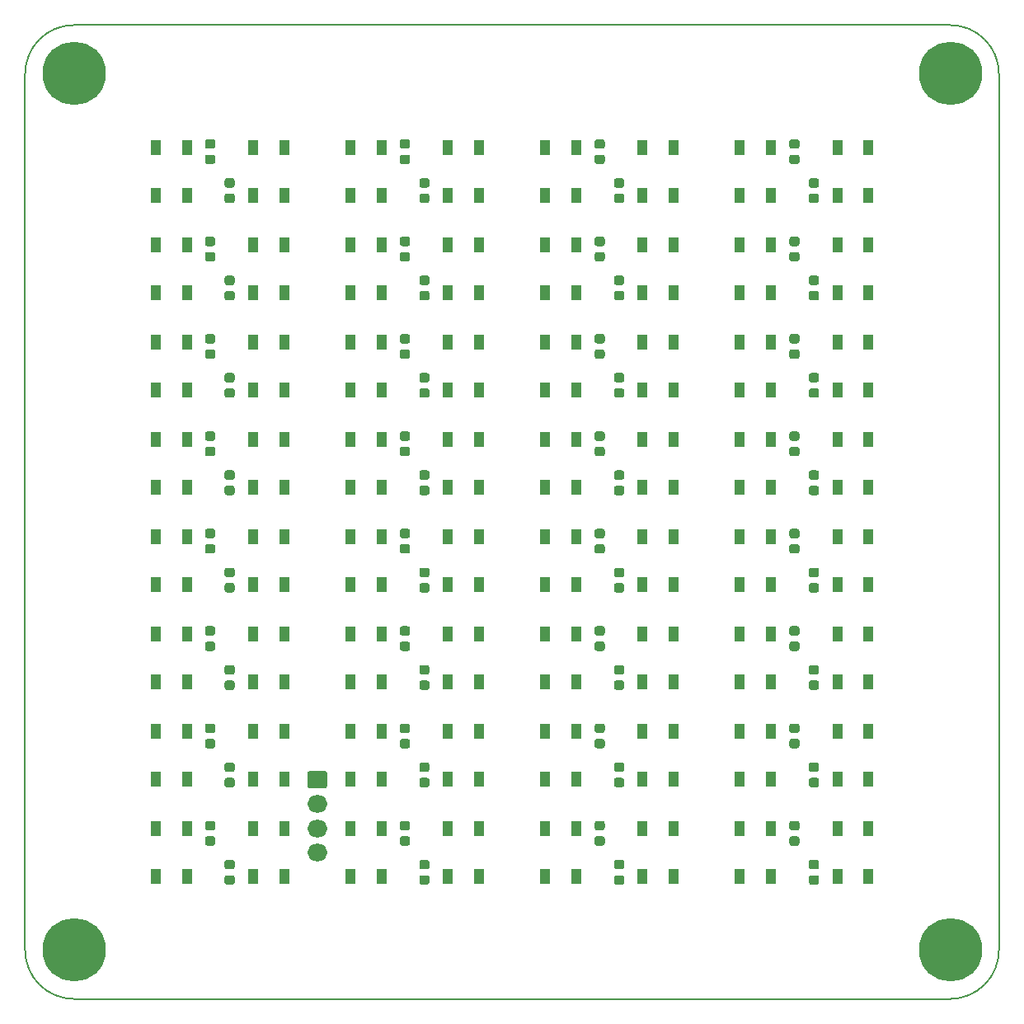
<source format=gbr>
%TF.GenerationSoftware,KiCad,Pcbnew,(5.1.6)-1*%
%TF.CreationDate,2020-12-06T17:28:13+01:00*%
%TF.ProjectId,04_La_Plaque_LEDS,30345f4c-615f-4506-9c61-7175655f4c45,rev?*%
%TF.SameCoordinates,Original*%
%TF.FileFunction,Soldermask,Top*%
%TF.FilePolarity,Negative*%
%FSLAX46Y46*%
G04 Gerber Fmt 4.6, Leading zero omitted, Abs format (unit mm)*
G04 Created by KiCad (PCBNEW (5.1.6)-1) date 2020-12-06 17:28:13*
%MOMM*%
%LPD*%
G01*
G04 APERTURE LIST*
%TA.AperFunction,Profile*%
%ADD10C,0.150000*%
%TD*%
%ADD11C,0.900000*%
%ADD12C,6.500000*%
%ADD13R,1.100000X1.600000*%
%ADD14O,2.050000X1.800000*%
G04 APERTURE END LIST*
D10*
X195000000Y-55000000D02*
G75*
G02*
X200000000Y-60000000I0J-5000000D01*
G01*
X200000000Y-150000000D02*
G75*
G02*
X195000000Y-155000000I-5000000J0D01*
G01*
X105000000Y-155000000D02*
G75*
G02*
X100000000Y-150000000I0J5000000D01*
G01*
X100000000Y-60000000D02*
G75*
G02*
X105000000Y-55000000I5000000J0D01*
G01*
X100000000Y-150000000D02*
X100000000Y-60000000D01*
X195000000Y-155000000D02*
X105000000Y-155000000D01*
X200000000Y-60000000D02*
X200000000Y-150000000D01*
X105000000Y-55000000D02*
X195000000Y-55000000D01*
%TO.C,C20*%
G36*
G01*
X138718750Y-106725000D02*
X139281250Y-106725000D01*
G75*
G02*
X139525000Y-106968750I0J-243750D01*
G01*
X139525000Y-107456250D01*
G75*
G02*
X139281250Y-107700000I-243750J0D01*
G01*
X138718750Y-107700000D01*
G75*
G02*
X138475000Y-107456250I0J243750D01*
G01*
X138475000Y-106968750D01*
G75*
G02*
X138718750Y-106725000I243750J0D01*
G01*
G37*
G36*
G01*
X138718750Y-108300000D02*
X139281250Y-108300000D01*
G75*
G02*
X139525000Y-108543750I0J-243750D01*
G01*
X139525000Y-109031250D01*
G75*
G02*
X139281250Y-109275000I-243750J0D01*
G01*
X138718750Y-109275000D01*
G75*
G02*
X138475000Y-109031250I0J243750D01*
G01*
X138475000Y-108543750D01*
G75*
G02*
X138718750Y-108300000I243750J0D01*
G01*
G37*
%TD*%
%TO.C,C11*%
G36*
G01*
X121281250Y-91700000D02*
X120718750Y-91700000D01*
G75*
G02*
X120475000Y-91456250I0J243750D01*
G01*
X120475000Y-90968750D01*
G75*
G02*
X120718750Y-90725000I243750J0D01*
G01*
X121281250Y-90725000D01*
G75*
G02*
X121525000Y-90968750I0J-243750D01*
G01*
X121525000Y-91456250D01*
G75*
G02*
X121281250Y-91700000I-243750J0D01*
G01*
G37*
G36*
G01*
X121281250Y-93275000D02*
X120718750Y-93275000D01*
G75*
G02*
X120475000Y-93031250I0J243750D01*
G01*
X120475000Y-92543750D01*
G75*
G02*
X120718750Y-92300000I243750J0D01*
G01*
X121281250Y-92300000D01*
G75*
G02*
X121525000Y-92543750I0J-243750D01*
G01*
X121525000Y-93031250D01*
G75*
G02*
X121281250Y-93275000I-243750J0D01*
G01*
G37*
%TD*%
D11*
%TO.C,H3*%
X196697056Y-148302944D03*
X195000000Y-147600000D03*
X193302944Y-148302944D03*
X192600000Y-150000000D03*
X193302944Y-151697056D03*
X195000000Y-152400000D03*
X196697056Y-151697056D03*
X197400000Y-150000000D03*
D12*
X195000000Y-150000000D03*
%TD*%
%TO.C,C15*%
G36*
G01*
X121281250Y-131700000D02*
X120718750Y-131700000D01*
G75*
G02*
X120475000Y-131456250I0J243750D01*
G01*
X120475000Y-130968750D01*
G75*
G02*
X120718750Y-130725000I243750J0D01*
G01*
X121281250Y-130725000D01*
G75*
G02*
X121525000Y-130968750I0J-243750D01*
G01*
X121525000Y-131456250D01*
G75*
G02*
X121281250Y-131700000I-243750J0D01*
G01*
G37*
G36*
G01*
X121281250Y-133275000D02*
X120718750Y-133275000D01*
G75*
G02*
X120475000Y-133031250I0J243750D01*
G01*
X120475000Y-132543750D01*
G75*
G02*
X120718750Y-132300000I243750J0D01*
G01*
X121281250Y-132300000D01*
G75*
G02*
X121525000Y-132543750I0J-243750D01*
G01*
X121525000Y-133031250D01*
G75*
G02*
X121281250Y-133275000I-243750J0D01*
G01*
G37*
%TD*%
%TO.C,C25*%
G36*
G01*
X141281250Y-71700000D02*
X140718750Y-71700000D01*
G75*
G02*
X140475000Y-71456250I0J243750D01*
G01*
X140475000Y-70968750D01*
G75*
G02*
X140718750Y-70725000I243750J0D01*
G01*
X141281250Y-70725000D01*
G75*
G02*
X141525000Y-70968750I0J-243750D01*
G01*
X141525000Y-71456250D01*
G75*
G02*
X141281250Y-71700000I-243750J0D01*
G01*
G37*
G36*
G01*
X141281250Y-73275000D02*
X140718750Y-73275000D01*
G75*
G02*
X140475000Y-73031250I0J243750D01*
G01*
X140475000Y-72543750D01*
G75*
G02*
X140718750Y-72300000I243750J0D01*
G01*
X141281250Y-72300000D01*
G75*
G02*
X141525000Y-72543750I0J-243750D01*
G01*
X141525000Y-73031250D01*
G75*
G02*
X141281250Y-73275000I-243750J0D01*
G01*
G37*
%TD*%
%TO.C,C35*%
G36*
G01*
X158718750Y-116725000D02*
X159281250Y-116725000D01*
G75*
G02*
X159525000Y-116968750I0J-243750D01*
G01*
X159525000Y-117456250D01*
G75*
G02*
X159281250Y-117700000I-243750J0D01*
G01*
X158718750Y-117700000D01*
G75*
G02*
X158475000Y-117456250I0J243750D01*
G01*
X158475000Y-116968750D01*
G75*
G02*
X158718750Y-116725000I243750J0D01*
G01*
G37*
G36*
G01*
X158718750Y-118300000D02*
X159281250Y-118300000D01*
G75*
G02*
X159525000Y-118543750I0J-243750D01*
G01*
X159525000Y-119031250D01*
G75*
G02*
X159281250Y-119275000I-243750J0D01*
G01*
X158718750Y-119275000D01*
G75*
G02*
X158475000Y-119031250I0J243750D01*
G01*
X158475000Y-118543750D01*
G75*
G02*
X158718750Y-118300000I243750J0D01*
G01*
G37*
%TD*%
%TO.C,C5*%
G36*
G01*
X118718750Y-98300000D02*
X119281250Y-98300000D01*
G75*
G02*
X119525000Y-98543750I0J-243750D01*
G01*
X119525000Y-99031250D01*
G75*
G02*
X119281250Y-99275000I-243750J0D01*
G01*
X118718750Y-99275000D01*
G75*
G02*
X118475000Y-99031250I0J243750D01*
G01*
X118475000Y-98543750D01*
G75*
G02*
X118718750Y-98300000I243750J0D01*
G01*
G37*
G36*
G01*
X118718750Y-96725000D02*
X119281250Y-96725000D01*
G75*
G02*
X119525000Y-96968750I0J-243750D01*
G01*
X119525000Y-97456250D01*
G75*
G02*
X119281250Y-97700000I-243750J0D01*
G01*
X118718750Y-97700000D01*
G75*
G02*
X118475000Y-97456250I0J243750D01*
G01*
X118475000Y-96968750D01*
G75*
G02*
X118718750Y-96725000I243750J0D01*
G01*
G37*
%TD*%
%TO.C,C12*%
G36*
G01*
X121281250Y-101700000D02*
X120718750Y-101700000D01*
G75*
G02*
X120475000Y-101456250I0J243750D01*
G01*
X120475000Y-100968750D01*
G75*
G02*
X120718750Y-100725000I243750J0D01*
G01*
X121281250Y-100725000D01*
G75*
G02*
X121525000Y-100968750I0J-243750D01*
G01*
X121525000Y-101456250D01*
G75*
G02*
X121281250Y-101700000I-243750J0D01*
G01*
G37*
G36*
G01*
X121281250Y-103275000D02*
X120718750Y-103275000D01*
G75*
G02*
X120475000Y-103031250I0J243750D01*
G01*
X120475000Y-102543750D01*
G75*
G02*
X120718750Y-102300000I243750J0D01*
G01*
X121281250Y-102300000D01*
G75*
G02*
X121525000Y-102543750I0J-243750D01*
G01*
X121525000Y-103031250D01*
G75*
G02*
X121281250Y-103275000I-243750J0D01*
G01*
G37*
%TD*%
%TO.C,C22*%
G36*
G01*
X138718750Y-86725000D02*
X139281250Y-86725000D01*
G75*
G02*
X139525000Y-86968750I0J-243750D01*
G01*
X139525000Y-87456250D01*
G75*
G02*
X139281250Y-87700000I-243750J0D01*
G01*
X138718750Y-87700000D01*
G75*
G02*
X138475000Y-87456250I0J243750D01*
G01*
X138475000Y-86968750D01*
G75*
G02*
X138718750Y-86725000I243750J0D01*
G01*
G37*
G36*
G01*
X138718750Y-88300000D02*
X139281250Y-88300000D01*
G75*
G02*
X139525000Y-88543750I0J-243750D01*
G01*
X139525000Y-89031250D01*
G75*
G02*
X139281250Y-89275000I-243750J0D01*
G01*
X138718750Y-89275000D01*
G75*
G02*
X138475000Y-89031250I0J243750D01*
G01*
X138475000Y-88543750D01*
G75*
G02*
X138718750Y-88300000I243750J0D01*
G01*
G37*
%TD*%
%TO.C,C32*%
G36*
G01*
X141281250Y-141700000D02*
X140718750Y-141700000D01*
G75*
G02*
X140475000Y-141456250I0J243750D01*
G01*
X140475000Y-140968750D01*
G75*
G02*
X140718750Y-140725000I243750J0D01*
G01*
X141281250Y-140725000D01*
G75*
G02*
X141525000Y-140968750I0J-243750D01*
G01*
X141525000Y-141456250D01*
G75*
G02*
X141281250Y-141700000I-243750J0D01*
G01*
G37*
G36*
G01*
X141281250Y-143275000D02*
X140718750Y-143275000D01*
G75*
G02*
X140475000Y-143031250I0J243750D01*
G01*
X140475000Y-142543750D01*
G75*
G02*
X140718750Y-142300000I243750J0D01*
G01*
X141281250Y-142300000D01*
G75*
G02*
X141525000Y-142543750I0J-243750D01*
G01*
X141525000Y-143031250D01*
G75*
G02*
X141281250Y-143275000I-243750J0D01*
G01*
G37*
%TD*%
%TO.C,C2*%
G36*
G01*
X118718750Y-126725000D02*
X119281250Y-126725000D01*
G75*
G02*
X119525000Y-126968750I0J-243750D01*
G01*
X119525000Y-127456250D01*
G75*
G02*
X119281250Y-127700000I-243750J0D01*
G01*
X118718750Y-127700000D01*
G75*
G02*
X118475000Y-127456250I0J243750D01*
G01*
X118475000Y-126968750D01*
G75*
G02*
X118718750Y-126725000I243750J0D01*
G01*
G37*
G36*
G01*
X118718750Y-128300000D02*
X119281250Y-128300000D01*
G75*
G02*
X119525000Y-128543750I0J-243750D01*
G01*
X119525000Y-129031250D01*
G75*
G02*
X119281250Y-129275000I-243750J0D01*
G01*
X118718750Y-129275000D01*
G75*
G02*
X118475000Y-129031250I0J243750D01*
G01*
X118475000Y-128543750D01*
G75*
G02*
X118718750Y-128300000I243750J0D01*
G01*
G37*
%TD*%
%TO.C,C16*%
G36*
G01*
X121281250Y-141700000D02*
X120718750Y-141700000D01*
G75*
G02*
X120475000Y-141456250I0J243750D01*
G01*
X120475000Y-140968750D01*
G75*
G02*
X120718750Y-140725000I243750J0D01*
G01*
X121281250Y-140725000D01*
G75*
G02*
X121525000Y-140968750I0J-243750D01*
G01*
X121525000Y-141456250D01*
G75*
G02*
X121281250Y-141700000I-243750J0D01*
G01*
G37*
G36*
G01*
X121281250Y-143275000D02*
X120718750Y-143275000D01*
G75*
G02*
X120475000Y-143031250I0J243750D01*
G01*
X120475000Y-142543750D01*
G75*
G02*
X120718750Y-142300000I243750J0D01*
G01*
X121281250Y-142300000D01*
G75*
G02*
X121525000Y-142543750I0J-243750D01*
G01*
X121525000Y-143031250D01*
G75*
G02*
X121281250Y-143275000I-243750J0D01*
G01*
G37*
%TD*%
%TO.C,C26*%
G36*
G01*
X141281250Y-81700000D02*
X140718750Y-81700000D01*
G75*
G02*
X140475000Y-81456250I0J243750D01*
G01*
X140475000Y-80968750D01*
G75*
G02*
X140718750Y-80725000I243750J0D01*
G01*
X141281250Y-80725000D01*
G75*
G02*
X141525000Y-80968750I0J-243750D01*
G01*
X141525000Y-81456250D01*
G75*
G02*
X141281250Y-81700000I-243750J0D01*
G01*
G37*
G36*
G01*
X141281250Y-83275000D02*
X140718750Y-83275000D01*
G75*
G02*
X140475000Y-83031250I0J243750D01*
G01*
X140475000Y-82543750D01*
G75*
G02*
X140718750Y-82300000I243750J0D01*
G01*
X141281250Y-82300000D01*
G75*
G02*
X141525000Y-82543750I0J-243750D01*
G01*
X141525000Y-83031250D01*
G75*
G02*
X141281250Y-83275000I-243750J0D01*
G01*
G37*
%TD*%
%TO.C,C36*%
G36*
G01*
X158718750Y-106725000D02*
X159281250Y-106725000D01*
G75*
G02*
X159525000Y-106968750I0J-243750D01*
G01*
X159525000Y-107456250D01*
G75*
G02*
X159281250Y-107700000I-243750J0D01*
G01*
X158718750Y-107700000D01*
G75*
G02*
X158475000Y-107456250I0J243750D01*
G01*
X158475000Y-106968750D01*
G75*
G02*
X158718750Y-106725000I243750J0D01*
G01*
G37*
G36*
G01*
X158718750Y-108300000D02*
X159281250Y-108300000D01*
G75*
G02*
X159525000Y-108543750I0J-243750D01*
G01*
X159525000Y-109031250D01*
G75*
G02*
X159281250Y-109275000I-243750J0D01*
G01*
X158718750Y-109275000D01*
G75*
G02*
X158475000Y-109031250I0J243750D01*
G01*
X158475000Y-108543750D01*
G75*
G02*
X158718750Y-108300000I243750J0D01*
G01*
G37*
%TD*%
%TO.C,C6*%
G36*
G01*
X118718750Y-88300000D02*
X119281250Y-88300000D01*
G75*
G02*
X119525000Y-88543750I0J-243750D01*
G01*
X119525000Y-89031250D01*
G75*
G02*
X119281250Y-89275000I-243750J0D01*
G01*
X118718750Y-89275000D01*
G75*
G02*
X118475000Y-89031250I0J243750D01*
G01*
X118475000Y-88543750D01*
G75*
G02*
X118718750Y-88300000I243750J0D01*
G01*
G37*
G36*
G01*
X118718750Y-86725000D02*
X119281250Y-86725000D01*
G75*
G02*
X119525000Y-86968750I0J-243750D01*
G01*
X119525000Y-87456250D01*
G75*
G02*
X119281250Y-87700000I-243750J0D01*
G01*
X118718750Y-87700000D01*
G75*
G02*
X118475000Y-87456250I0J243750D01*
G01*
X118475000Y-86968750D01*
G75*
G02*
X118718750Y-86725000I243750J0D01*
G01*
G37*
%TD*%
%TO.C,C19*%
G36*
G01*
X138718750Y-116725000D02*
X139281250Y-116725000D01*
G75*
G02*
X139525000Y-116968750I0J-243750D01*
G01*
X139525000Y-117456250D01*
G75*
G02*
X139281250Y-117700000I-243750J0D01*
G01*
X138718750Y-117700000D01*
G75*
G02*
X138475000Y-117456250I0J243750D01*
G01*
X138475000Y-116968750D01*
G75*
G02*
X138718750Y-116725000I243750J0D01*
G01*
G37*
G36*
G01*
X138718750Y-118300000D02*
X139281250Y-118300000D01*
G75*
G02*
X139525000Y-118543750I0J-243750D01*
G01*
X139525000Y-119031250D01*
G75*
G02*
X139281250Y-119275000I-243750J0D01*
G01*
X138718750Y-119275000D01*
G75*
G02*
X138475000Y-119031250I0J243750D01*
G01*
X138475000Y-118543750D01*
G75*
G02*
X138718750Y-118300000I243750J0D01*
G01*
G37*
%TD*%
%TO.C,C29*%
G36*
G01*
X141281250Y-113275000D02*
X140718750Y-113275000D01*
G75*
G02*
X140475000Y-113031250I0J243750D01*
G01*
X140475000Y-112543750D01*
G75*
G02*
X140718750Y-112300000I243750J0D01*
G01*
X141281250Y-112300000D01*
G75*
G02*
X141525000Y-112543750I0J-243750D01*
G01*
X141525000Y-113031250D01*
G75*
G02*
X141281250Y-113275000I-243750J0D01*
G01*
G37*
G36*
G01*
X141281250Y-111700000D02*
X140718750Y-111700000D01*
G75*
G02*
X140475000Y-111456250I0J243750D01*
G01*
X140475000Y-110968750D01*
G75*
G02*
X140718750Y-110725000I243750J0D01*
G01*
X141281250Y-110725000D01*
G75*
G02*
X141525000Y-110968750I0J-243750D01*
G01*
X141525000Y-111456250D01*
G75*
G02*
X141281250Y-111700000I-243750J0D01*
G01*
G37*
%TD*%
%TO.C,C39*%
G36*
G01*
X158718750Y-78300000D02*
X159281250Y-78300000D01*
G75*
G02*
X159525000Y-78543750I0J-243750D01*
G01*
X159525000Y-79031250D01*
G75*
G02*
X159281250Y-79275000I-243750J0D01*
G01*
X158718750Y-79275000D01*
G75*
G02*
X158475000Y-79031250I0J243750D01*
G01*
X158475000Y-78543750D01*
G75*
G02*
X158718750Y-78300000I243750J0D01*
G01*
G37*
G36*
G01*
X158718750Y-76725000D02*
X159281250Y-76725000D01*
G75*
G02*
X159525000Y-76968750I0J-243750D01*
G01*
X159525000Y-77456250D01*
G75*
G02*
X159281250Y-77700000I-243750J0D01*
G01*
X158718750Y-77700000D01*
G75*
G02*
X158475000Y-77456250I0J243750D01*
G01*
X158475000Y-76968750D01*
G75*
G02*
X158718750Y-76725000I243750J0D01*
G01*
G37*
%TD*%
%TO.C,C9*%
G36*
G01*
X121281250Y-73275000D02*
X120718750Y-73275000D01*
G75*
G02*
X120475000Y-73031250I0J243750D01*
G01*
X120475000Y-72543750D01*
G75*
G02*
X120718750Y-72300000I243750J0D01*
G01*
X121281250Y-72300000D01*
G75*
G02*
X121525000Y-72543750I0J-243750D01*
G01*
X121525000Y-73031250D01*
G75*
G02*
X121281250Y-73275000I-243750J0D01*
G01*
G37*
G36*
G01*
X121281250Y-71700000D02*
X120718750Y-71700000D01*
G75*
G02*
X120475000Y-71456250I0J243750D01*
G01*
X120475000Y-70968750D01*
G75*
G02*
X120718750Y-70725000I243750J0D01*
G01*
X121281250Y-70725000D01*
G75*
G02*
X121525000Y-70968750I0J-243750D01*
G01*
X121525000Y-71456250D01*
G75*
G02*
X121281250Y-71700000I-243750J0D01*
G01*
G37*
%TD*%
%TO.C,C17*%
G36*
G01*
X138718750Y-138300000D02*
X139281250Y-138300000D01*
G75*
G02*
X139525000Y-138543750I0J-243750D01*
G01*
X139525000Y-139031250D01*
G75*
G02*
X139281250Y-139275000I-243750J0D01*
G01*
X138718750Y-139275000D01*
G75*
G02*
X138475000Y-139031250I0J243750D01*
G01*
X138475000Y-138543750D01*
G75*
G02*
X138718750Y-138300000I243750J0D01*
G01*
G37*
G36*
G01*
X138718750Y-136725000D02*
X139281250Y-136725000D01*
G75*
G02*
X139525000Y-136968750I0J-243750D01*
G01*
X139525000Y-137456250D01*
G75*
G02*
X139281250Y-137700000I-243750J0D01*
G01*
X138718750Y-137700000D01*
G75*
G02*
X138475000Y-137456250I0J243750D01*
G01*
X138475000Y-136968750D01*
G75*
G02*
X138718750Y-136725000I243750J0D01*
G01*
G37*
%TD*%
%TO.C,C27*%
G36*
G01*
X141281250Y-93275000D02*
X140718750Y-93275000D01*
G75*
G02*
X140475000Y-93031250I0J243750D01*
G01*
X140475000Y-92543750D01*
G75*
G02*
X140718750Y-92300000I243750J0D01*
G01*
X141281250Y-92300000D01*
G75*
G02*
X141525000Y-92543750I0J-243750D01*
G01*
X141525000Y-93031250D01*
G75*
G02*
X141281250Y-93275000I-243750J0D01*
G01*
G37*
G36*
G01*
X141281250Y-91700000D02*
X140718750Y-91700000D01*
G75*
G02*
X140475000Y-91456250I0J243750D01*
G01*
X140475000Y-90968750D01*
G75*
G02*
X140718750Y-90725000I243750J0D01*
G01*
X141281250Y-90725000D01*
G75*
G02*
X141525000Y-90968750I0J-243750D01*
G01*
X141525000Y-91456250D01*
G75*
G02*
X141281250Y-91700000I-243750J0D01*
G01*
G37*
%TD*%
%TO.C,C37*%
G36*
G01*
X158718750Y-96725000D02*
X159281250Y-96725000D01*
G75*
G02*
X159525000Y-96968750I0J-243750D01*
G01*
X159525000Y-97456250D01*
G75*
G02*
X159281250Y-97700000I-243750J0D01*
G01*
X158718750Y-97700000D01*
G75*
G02*
X158475000Y-97456250I0J243750D01*
G01*
X158475000Y-96968750D01*
G75*
G02*
X158718750Y-96725000I243750J0D01*
G01*
G37*
G36*
G01*
X158718750Y-98300000D02*
X159281250Y-98300000D01*
G75*
G02*
X159525000Y-98543750I0J-243750D01*
G01*
X159525000Y-99031250D01*
G75*
G02*
X159281250Y-99275000I-243750J0D01*
G01*
X158718750Y-99275000D01*
G75*
G02*
X158475000Y-99031250I0J243750D01*
G01*
X158475000Y-98543750D01*
G75*
G02*
X158718750Y-98300000I243750J0D01*
G01*
G37*
%TD*%
%TO.C,C7*%
G36*
G01*
X118718750Y-78300000D02*
X119281250Y-78300000D01*
G75*
G02*
X119525000Y-78543750I0J-243750D01*
G01*
X119525000Y-79031250D01*
G75*
G02*
X119281250Y-79275000I-243750J0D01*
G01*
X118718750Y-79275000D01*
G75*
G02*
X118475000Y-79031250I0J243750D01*
G01*
X118475000Y-78543750D01*
G75*
G02*
X118718750Y-78300000I243750J0D01*
G01*
G37*
G36*
G01*
X118718750Y-76725000D02*
X119281250Y-76725000D01*
G75*
G02*
X119525000Y-76968750I0J-243750D01*
G01*
X119525000Y-77456250D01*
G75*
G02*
X119281250Y-77700000I-243750J0D01*
G01*
X118718750Y-77700000D01*
G75*
G02*
X118475000Y-77456250I0J243750D01*
G01*
X118475000Y-76968750D01*
G75*
G02*
X118718750Y-76725000I243750J0D01*
G01*
G37*
%TD*%
%TO.C,C30*%
G36*
G01*
X141281250Y-121700000D02*
X140718750Y-121700000D01*
G75*
G02*
X140475000Y-121456250I0J243750D01*
G01*
X140475000Y-120968750D01*
G75*
G02*
X140718750Y-120725000I243750J0D01*
G01*
X141281250Y-120725000D01*
G75*
G02*
X141525000Y-120968750I0J-243750D01*
G01*
X141525000Y-121456250D01*
G75*
G02*
X141281250Y-121700000I-243750J0D01*
G01*
G37*
G36*
G01*
X141281250Y-123275000D02*
X140718750Y-123275000D01*
G75*
G02*
X140475000Y-123031250I0J243750D01*
G01*
X140475000Y-122543750D01*
G75*
G02*
X140718750Y-122300000I243750J0D01*
G01*
X141281250Y-122300000D01*
G75*
G02*
X141525000Y-122543750I0J-243750D01*
G01*
X141525000Y-123031250D01*
G75*
G02*
X141281250Y-123275000I-243750J0D01*
G01*
G37*
%TD*%
%TO.C,C40*%
G36*
G01*
X158718750Y-68300000D02*
X159281250Y-68300000D01*
G75*
G02*
X159525000Y-68543750I0J-243750D01*
G01*
X159525000Y-69031250D01*
G75*
G02*
X159281250Y-69275000I-243750J0D01*
G01*
X158718750Y-69275000D01*
G75*
G02*
X158475000Y-69031250I0J243750D01*
G01*
X158475000Y-68543750D01*
G75*
G02*
X158718750Y-68300000I243750J0D01*
G01*
G37*
G36*
G01*
X158718750Y-66725000D02*
X159281250Y-66725000D01*
G75*
G02*
X159525000Y-66968750I0J-243750D01*
G01*
X159525000Y-67456250D01*
G75*
G02*
X159281250Y-67700000I-243750J0D01*
G01*
X158718750Y-67700000D01*
G75*
G02*
X158475000Y-67456250I0J243750D01*
G01*
X158475000Y-66968750D01*
G75*
G02*
X158718750Y-66725000I243750J0D01*
G01*
G37*
%TD*%
%TO.C,C10*%
G36*
G01*
X121281250Y-83275000D02*
X120718750Y-83275000D01*
G75*
G02*
X120475000Y-83031250I0J243750D01*
G01*
X120475000Y-82543750D01*
G75*
G02*
X120718750Y-82300000I243750J0D01*
G01*
X121281250Y-82300000D01*
G75*
G02*
X121525000Y-82543750I0J-243750D01*
G01*
X121525000Y-83031250D01*
G75*
G02*
X121281250Y-83275000I-243750J0D01*
G01*
G37*
G36*
G01*
X121281250Y-81700000D02*
X120718750Y-81700000D01*
G75*
G02*
X120475000Y-81456250I0J243750D01*
G01*
X120475000Y-80968750D01*
G75*
G02*
X120718750Y-80725000I243750J0D01*
G01*
X121281250Y-80725000D01*
G75*
G02*
X121525000Y-80968750I0J-243750D01*
G01*
X121525000Y-81456250D01*
G75*
G02*
X121281250Y-81700000I-243750J0D01*
G01*
G37*
%TD*%
%TO.C,C18*%
G36*
G01*
X138718750Y-128300000D02*
X139281250Y-128300000D01*
G75*
G02*
X139525000Y-128543750I0J-243750D01*
G01*
X139525000Y-129031250D01*
G75*
G02*
X139281250Y-129275000I-243750J0D01*
G01*
X138718750Y-129275000D01*
G75*
G02*
X138475000Y-129031250I0J243750D01*
G01*
X138475000Y-128543750D01*
G75*
G02*
X138718750Y-128300000I243750J0D01*
G01*
G37*
G36*
G01*
X138718750Y-126725000D02*
X139281250Y-126725000D01*
G75*
G02*
X139525000Y-126968750I0J-243750D01*
G01*
X139525000Y-127456250D01*
G75*
G02*
X139281250Y-127700000I-243750J0D01*
G01*
X138718750Y-127700000D01*
G75*
G02*
X138475000Y-127456250I0J243750D01*
G01*
X138475000Y-126968750D01*
G75*
G02*
X138718750Y-126725000I243750J0D01*
G01*
G37*
%TD*%
%TO.C,C28*%
G36*
G01*
X141281250Y-103275000D02*
X140718750Y-103275000D01*
G75*
G02*
X140475000Y-103031250I0J243750D01*
G01*
X140475000Y-102543750D01*
G75*
G02*
X140718750Y-102300000I243750J0D01*
G01*
X141281250Y-102300000D01*
G75*
G02*
X141525000Y-102543750I0J-243750D01*
G01*
X141525000Y-103031250D01*
G75*
G02*
X141281250Y-103275000I-243750J0D01*
G01*
G37*
G36*
G01*
X141281250Y-101700000D02*
X140718750Y-101700000D01*
G75*
G02*
X140475000Y-101456250I0J243750D01*
G01*
X140475000Y-100968750D01*
G75*
G02*
X140718750Y-100725000I243750J0D01*
G01*
X141281250Y-100725000D01*
G75*
G02*
X141525000Y-100968750I0J-243750D01*
G01*
X141525000Y-101456250D01*
G75*
G02*
X141281250Y-101700000I-243750J0D01*
G01*
G37*
%TD*%
%TO.C,C38*%
G36*
G01*
X158718750Y-88300000D02*
X159281250Y-88300000D01*
G75*
G02*
X159525000Y-88543750I0J-243750D01*
G01*
X159525000Y-89031250D01*
G75*
G02*
X159281250Y-89275000I-243750J0D01*
G01*
X158718750Y-89275000D01*
G75*
G02*
X158475000Y-89031250I0J243750D01*
G01*
X158475000Y-88543750D01*
G75*
G02*
X158718750Y-88300000I243750J0D01*
G01*
G37*
G36*
G01*
X158718750Y-86725000D02*
X159281250Y-86725000D01*
G75*
G02*
X159525000Y-86968750I0J-243750D01*
G01*
X159525000Y-87456250D01*
G75*
G02*
X159281250Y-87700000I-243750J0D01*
G01*
X158718750Y-87700000D01*
G75*
G02*
X158475000Y-87456250I0J243750D01*
G01*
X158475000Y-86968750D01*
G75*
G02*
X158718750Y-86725000I243750J0D01*
G01*
G37*
%TD*%
%TO.C,C8*%
G36*
G01*
X118718750Y-68300000D02*
X119281250Y-68300000D01*
G75*
G02*
X119525000Y-68543750I0J-243750D01*
G01*
X119525000Y-69031250D01*
G75*
G02*
X119281250Y-69275000I-243750J0D01*
G01*
X118718750Y-69275000D01*
G75*
G02*
X118475000Y-69031250I0J243750D01*
G01*
X118475000Y-68543750D01*
G75*
G02*
X118718750Y-68300000I243750J0D01*
G01*
G37*
G36*
G01*
X118718750Y-66725000D02*
X119281250Y-66725000D01*
G75*
G02*
X119525000Y-66968750I0J-243750D01*
G01*
X119525000Y-67456250D01*
G75*
G02*
X119281250Y-67700000I-243750J0D01*
G01*
X118718750Y-67700000D01*
G75*
G02*
X118475000Y-67456250I0J243750D01*
G01*
X118475000Y-66968750D01*
G75*
G02*
X118718750Y-66725000I243750J0D01*
G01*
G37*
%TD*%
%TO.C,C13*%
G36*
G01*
X121281250Y-113275000D02*
X120718750Y-113275000D01*
G75*
G02*
X120475000Y-113031250I0J243750D01*
G01*
X120475000Y-112543750D01*
G75*
G02*
X120718750Y-112300000I243750J0D01*
G01*
X121281250Y-112300000D01*
G75*
G02*
X121525000Y-112543750I0J-243750D01*
G01*
X121525000Y-113031250D01*
G75*
G02*
X121281250Y-113275000I-243750J0D01*
G01*
G37*
G36*
G01*
X121281250Y-111700000D02*
X120718750Y-111700000D01*
G75*
G02*
X120475000Y-111456250I0J243750D01*
G01*
X120475000Y-110968750D01*
G75*
G02*
X120718750Y-110725000I243750J0D01*
G01*
X121281250Y-110725000D01*
G75*
G02*
X121525000Y-110968750I0J-243750D01*
G01*
X121525000Y-111456250D01*
G75*
G02*
X121281250Y-111700000I-243750J0D01*
G01*
G37*
%TD*%
%TO.C,C23*%
G36*
G01*
X138718750Y-78300000D02*
X139281250Y-78300000D01*
G75*
G02*
X139525000Y-78543750I0J-243750D01*
G01*
X139525000Y-79031250D01*
G75*
G02*
X139281250Y-79275000I-243750J0D01*
G01*
X138718750Y-79275000D01*
G75*
G02*
X138475000Y-79031250I0J243750D01*
G01*
X138475000Y-78543750D01*
G75*
G02*
X138718750Y-78300000I243750J0D01*
G01*
G37*
G36*
G01*
X138718750Y-76725000D02*
X139281250Y-76725000D01*
G75*
G02*
X139525000Y-76968750I0J-243750D01*
G01*
X139525000Y-77456250D01*
G75*
G02*
X139281250Y-77700000I-243750J0D01*
G01*
X138718750Y-77700000D01*
G75*
G02*
X138475000Y-77456250I0J243750D01*
G01*
X138475000Y-76968750D01*
G75*
G02*
X138718750Y-76725000I243750J0D01*
G01*
G37*
%TD*%
%TO.C,C33*%
G36*
G01*
X158718750Y-138300000D02*
X159281250Y-138300000D01*
G75*
G02*
X159525000Y-138543750I0J-243750D01*
G01*
X159525000Y-139031250D01*
G75*
G02*
X159281250Y-139275000I-243750J0D01*
G01*
X158718750Y-139275000D01*
G75*
G02*
X158475000Y-139031250I0J243750D01*
G01*
X158475000Y-138543750D01*
G75*
G02*
X158718750Y-138300000I243750J0D01*
G01*
G37*
G36*
G01*
X158718750Y-136725000D02*
X159281250Y-136725000D01*
G75*
G02*
X159525000Y-136968750I0J-243750D01*
G01*
X159525000Y-137456250D01*
G75*
G02*
X159281250Y-137700000I-243750J0D01*
G01*
X158718750Y-137700000D01*
G75*
G02*
X158475000Y-137456250I0J243750D01*
G01*
X158475000Y-136968750D01*
G75*
G02*
X158718750Y-136725000I243750J0D01*
G01*
G37*
%TD*%
%TO.C,C3*%
G36*
G01*
X118718750Y-116725000D02*
X119281250Y-116725000D01*
G75*
G02*
X119525000Y-116968750I0J-243750D01*
G01*
X119525000Y-117456250D01*
G75*
G02*
X119281250Y-117700000I-243750J0D01*
G01*
X118718750Y-117700000D01*
G75*
G02*
X118475000Y-117456250I0J243750D01*
G01*
X118475000Y-116968750D01*
G75*
G02*
X118718750Y-116725000I243750J0D01*
G01*
G37*
G36*
G01*
X118718750Y-118300000D02*
X119281250Y-118300000D01*
G75*
G02*
X119525000Y-118543750I0J-243750D01*
G01*
X119525000Y-119031250D01*
G75*
G02*
X119281250Y-119275000I-243750J0D01*
G01*
X118718750Y-119275000D01*
G75*
G02*
X118475000Y-119031250I0J243750D01*
G01*
X118475000Y-118543750D01*
G75*
G02*
X118718750Y-118300000I243750J0D01*
G01*
G37*
%TD*%
%TO.C,C21*%
G36*
G01*
X138718750Y-96725000D02*
X139281250Y-96725000D01*
G75*
G02*
X139525000Y-96968750I0J-243750D01*
G01*
X139525000Y-97456250D01*
G75*
G02*
X139281250Y-97700000I-243750J0D01*
G01*
X138718750Y-97700000D01*
G75*
G02*
X138475000Y-97456250I0J243750D01*
G01*
X138475000Y-96968750D01*
G75*
G02*
X138718750Y-96725000I243750J0D01*
G01*
G37*
G36*
G01*
X138718750Y-98300000D02*
X139281250Y-98300000D01*
G75*
G02*
X139525000Y-98543750I0J-243750D01*
G01*
X139525000Y-99031250D01*
G75*
G02*
X139281250Y-99275000I-243750J0D01*
G01*
X138718750Y-99275000D01*
G75*
G02*
X138475000Y-99031250I0J243750D01*
G01*
X138475000Y-98543750D01*
G75*
G02*
X138718750Y-98300000I243750J0D01*
G01*
G37*
%TD*%
%TO.C,C31*%
G36*
G01*
X141281250Y-133275000D02*
X140718750Y-133275000D01*
G75*
G02*
X140475000Y-133031250I0J243750D01*
G01*
X140475000Y-132543750D01*
G75*
G02*
X140718750Y-132300000I243750J0D01*
G01*
X141281250Y-132300000D01*
G75*
G02*
X141525000Y-132543750I0J-243750D01*
G01*
X141525000Y-133031250D01*
G75*
G02*
X141281250Y-133275000I-243750J0D01*
G01*
G37*
G36*
G01*
X141281250Y-131700000D02*
X140718750Y-131700000D01*
G75*
G02*
X140475000Y-131456250I0J243750D01*
G01*
X140475000Y-130968750D01*
G75*
G02*
X140718750Y-130725000I243750J0D01*
G01*
X141281250Y-130725000D01*
G75*
G02*
X141525000Y-130968750I0J-243750D01*
G01*
X141525000Y-131456250D01*
G75*
G02*
X141281250Y-131700000I-243750J0D01*
G01*
G37*
%TD*%
%TO.C,C1*%
G36*
G01*
X118718750Y-138300000D02*
X119281250Y-138300000D01*
G75*
G02*
X119525000Y-138543750I0J-243750D01*
G01*
X119525000Y-139031250D01*
G75*
G02*
X119281250Y-139275000I-243750J0D01*
G01*
X118718750Y-139275000D01*
G75*
G02*
X118475000Y-139031250I0J243750D01*
G01*
X118475000Y-138543750D01*
G75*
G02*
X118718750Y-138300000I243750J0D01*
G01*
G37*
G36*
G01*
X118718750Y-136725000D02*
X119281250Y-136725000D01*
G75*
G02*
X119525000Y-136968750I0J-243750D01*
G01*
X119525000Y-137456250D01*
G75*
G02*
X119281250Y-137700000I-243750J0D01*
G01*
X118718750Y-137700000D01*
G75*
G02*
X118475000Y-137456250I0J243750D01*
G01*
X118475000Y-136968750D01*
G75*
G02*
X118718750Y-136725000I243750J0D01*
G01*
G37*
%TD*%
%TO.C,C14*%
G36*
G01*
X121281250Y-123275000D02*
X120718750Y-123275000D01*
G75*
G02*
X120475000Y-123031250I0J243750D01*
G01*
X120475000Y-122543750D01*
G75*
G02*
X120718750Y-122300000I243750J0D01*
G01*
X121281250Y-122300000D01*
G75*
G02*
X121525000Y-122543750I0J-243750D01*
G01*
X121525000Y-123031250D01*
G75*
G02*
X121281250Y-123275000I-243750J0D01*
G01*
G37*
G36*
G01*
X121281250Y-121700000D02*
X120718750Y-121700000D01*
G75*
G02*
X120475000Y-121456250I0J243750D01*
G01*
X120475000Y-120968750D01*
G75*
G02*
X120718750Y-120725000I243750J0D01*
G01*
X121281250Y-120725000D01*
G75*
G02*
X121525000Y-120968750I0J-243750D01*
G01*
X121525000Y-121456250D01*
G75*
G02*
X121281250Y-121700000I-243750J0D01*
G01*
G37*
%TD*%
%TO.C,C24*%
G36*
G01*
X138718750Y-68300000D02*
X139281250Y-68300000D01*
G75*
G02*
X139525000Y-68543750I0J-243750D01*
G01*
X139525000Y-69031250D01*
G75*
G02*
X139281250Y-69275000I-243750J0D01*
G01*
X138718750Y-69275000D01*
G75*
G02*
X138475000Y-69031250I0J243750D01*
G01*
X138475000Y-68543750D01*
G75*
G02*
X138718750Y-68300000I243750J0D01*
G01*
G37*
G36*
G01*
X138718750Y-66725000D02*
X139281250Y-66725000D01*
G75*
G02*
X139525000Y-66968750I0J-243750D01*
G01*
X139525000Y-67456250D01*
G75*
G02*
X139281250Y-67700000I-243750J0D01*
G01*
X138718750Y-67700000D01*
G75*
G02*
X138475000Y-67456250I0J243750D01*
G01*
X138475000Y-66968750D01*
G75*
G02*
X138718750Y-66725000I243750J0D01*
G01*
G37*
%TD*%
%TO.C,C34*%
G36*
G01*
X158718750Y-128300000D02*
X159281250Y-128300000D01*
G75*
G02*
X159525000Y-128543750I0J-243750D01*
G01*
X159525000Y-129031250D01*
G75*
G02*
X159281250Y-129275000I-243750J0D01*
G01*
X158718750Y-129275000D01*
G75*
G02*
X158475000Y-129031250I0J243750D01*
G01*
X158475000Y-128543750D01*
G75*
G02*
X158718750Y-128300000I243750J0D01*
G01*
G37*
G36*
G01*
X158718750Y-126725000D02*
X159281250Y-126725000D01*
G75*
G02*
X159525000Y-126968750I0J-243750D01*
G01*
X159525000Y-127456250D01*
G75*
G02*
X159281250Y-127700000I-243750J0D01*
G01*
X158718750Y-127700000D01*
G75*
G02*
X158475000Y-127456250I0J243750D01*
G01*
X158475000Y-126968750D01*
G75*
G02*
X158718750Y-126725000I243750J0D01*
G01*
G37*
%TD*%
%TO.C,C4*%
G36*
G01*
X118718750Y-106725000D02*
X119281250Y-106725000D01*
G75*
G02*
X119525000Y-106968750I0J-243750D01*
G01*
X119525000Y-107456250D01*
G75*
G02*
X119281250Y-107700000I-243750J0D01*
G01*
X118718750Y-107700000D01*
G75*
G02*
X118475000Y-107456250I0J243750D01*
G01*
X118475000Y-106968750D01*
G75*
G02*
X118718750Y-106725000I243750J0D01*
G01*
G37*
G36*
G01*
X118718750Y-108300000D02*
X119281250Y-108300000D01*
G75*
G02*
X119525000Y-108543750I0J-243750D01*
G01*
X119525000Y-109031250D01*
G75*
G02*
X119281250Y-109275000I-243750J0D01*
G01*
X118718750Y-109275000D01*
G75*
G02*
X118475000Y-109031250I0J243750D01*
G01*
X118475000Y-108543750D01*
G75*
G02*
X118718750Y-108300000I243750J0D01*
G01*
G37*
%TD*%
%TO.C,C55*%
G36*
G01*
X178718750Y-76725000D02*
X179281250Y-76725000D01*
G75*
G02*
X179525000Y-76968750I0J-243750D01*
G01*
X179525000Y-77456250D01*
G75*
G02*
X179281250Y-77700000I-243750J0D01*
G01*
X178718750Y-77700000D01*
G75*
G02*
X178475000Y-77456250I0J243750D01*
G01*
X178475000Y-76968750D01*
G75*
G02*
X178718750Y-76725000I243750J0D01*
G01*
G37*
G36*
G01*
X178718750Y-78300000D02*
X179281250Y-78300000D01*
G75*
G02*
X179525000Y-78543750I0J-243750D01*
G01*
X179525000Y-79031250D01*
G75*
G02*
X179281250Y-79275000I-243750J0D01*
G01*
X178718750Y-79275000D01*
G75*
G02*
X178475000Y-79031250I0J243750D01*
G01*
X178475000Y-78543750D01*
G75*
G02*
X178718750Y-78300000I243750J0D01*
G01*
G37*
%TD*%
%TO.C,C62*%
G36*
G01*
X181281250Y-121700000D02*
X180718750Y-121700000D01*
G75*
G02*
X180475000Y-121456250I0J243750D01*
G01*
X180475000Y-120968750D01*
G75*
G02*
X180718750Y-120725000I243750J0D01*
G01*
X181281250Y-120725000D01*
G75*
G02*
X181525000Y-120968750I0J-243750D01*
G01*
X181525000Y-121456250D01*
G75*
G02*
X181281250Y-121700000I-243750J0D01*
G01*
G37*
G36*
G01*
X181281250Y-123275000D02*
X180718750Y-123275000D01*
G75*
G02*
X180475000Y-123031250I0J243750D01*
G01*
X180475000Y-122543750D01*
G75*
G02*
X180718750Y-122300000I243750J0D01*
G01*
X181281250Y-122300000D01*
G75*
G02*
X181525000Y-122543750I0J-243750D01*
G01*
X181525000Y-123031250D01*
G75*
G02*
X181281250Y-123275000I-243750J0D01*
G01*
G37*
%TD*%
%TO.C,C45*%
G36*
G01*
X161281250Y-113275000D02*
X160718750Y-113275000D01*
G75*
G02*
X160475000Y-113031250I0J243750D01*
G01*
X160475000Y-112543750D01*
G75*
G02*
X160718750Y-112300000I243750J0D01*
G01*
X161281250Y-112300000D01*
G75*
G02*
X161525000Y-112543750I0J-243750D01*
G01*
X161525000Y-113031250D01*
G75*
G02*
X161281250Y-113275000I-243750J0D01*
G01*
G37*
G36*
G01*
X161281250Y-111700000D02*
X160718750Y-111700000D01*
G75*
G02*
X160475000Y-111456250I0J243750D01*
G01*
X160475000Y-110968750D01*
G75*
G02*
X160718750Y-110725000I243750J0D01*
G01*
X161281250Y-110725000D01*
G75*
G02*
X161525000Y-110968750I0J-243750D01*
G01*
X161525000Y-111456250D01*
G75*
G02*
X161281250Y-111700000I-243750J0D01*
G01*
G37*
%TD*%
%TO.C,C52*%
G36*
G01*
X178718750Y-108300000D02*
X179281250Y-108300000D01*
G75*
G02*
X179525000Y-108543750I0J-243750D01*
G01*
X179525000Y-109031250D01*
G75*
G02*
X179281250Y-109275000I-243750J0D01*
G01*
X178718750Y-109275000D01*
G75*
G02*
X178475000Y-109031250I0J243750D01*
G01*
X178475000Y-108543750D01*
G75*
G02*
X178718750Y-108300000I243750J0D01*
G01*
G37*
G36*
G01*
X178718750Y-106725000D02*
X179281250Y-106725000D01*
G75*
G02*
X179525000Y-106968750I0J-243750D01*
G01*
X179525000Y-107456250D01*
G75*
G02*
X179281250Y-107700000I-243750J0D01*
G01*
X178718750Y-107700000D01*
G75*
G02*
X178475000Y-107456250I0J243750D01*
G01*
X178475000Y-106968750D01*
G75*
G02*
X178718750Y-106725000I243750J0D01*
G01*
G37*
%TD*%
%TO.C,C61*%
G36*
G01*
X181281250Y-113275000D02*
X180718750Y-113275000D01*
G75*
G02*
X180475000Y-113031250I0J243750D01*
G01*
X180475000Y-112543750D01*
G75*
G02*
X180718750Y-112300000I243750J0D01*
G01*
X181281250Y-112300000D01*
G75*
G02*
X181525000Y-112543750I0J-243750D01*
G01*
X181525000Y-113031250D01*
G75*
G02*
X181281250Y-113275000I-243750J0D01*
G01*
G37*
G36*
G01*
X181281250Y-111700000D02*
X180718750Y-111700000D01*
G75*
G02*
X180475000Y-111456250I0J243750D01*
G01*
X180475000Y-110968750D01*
G75*
G02*
X180718750Y-110725000I243750J0D01*
G01*
X181281250Y-110725000D01*
G75*
G02*
X181525000Y-110968750I0J-243750D01*
G01*
X181525000Y-111456250D01*
G75*
G02*
X181281250Y-111700000I-243750J0D01*
G01*
G37*
%TD*%
%TO.C,C41*%
G36*
G01*
X161281250Y-71700000D02*
X160718750Y-71700000D01*
G75*
G02*
X160475000Y-71456250I0J243750D01*
G01*
X160475000Y-70968750D01*
G75*
G02*
X160718750Y-70725000I243750J0D01*
G01*
X161281250Y-70725000D01*
G75*
G02*
X161525000Y-70968750I0J-243750D01*
G01*
X161525000Y-71456250D01*
G75*
G02*
X161281250Y-71700000I-243750J0D01*
G01*
G37*
G36*
G01*
X161281250Y-73275000D02*
X160718750Y-73275000D01*
G75*
G02*
X160475000Y-73031250I0J243750D01*
G01*
X160475000Y-72543750D01*
G75*
G02*
X160718750Y-72300000I243750J0D01*
G01*
X161281250Y-72300000D01*
G75*
G02*
X161525000Y-72543750I0J-243750D01*
G01*
X161525000Y-73031250D01*
G75*
G02*
X161281250Y-73275000I-243750J0D01*
G01*
G37*
%TD*%
%TO.C,C56*%
G36*
G01*
X178718750Y-66725000D02*
X179281250Y-66725000D01*
G75*
G02*
X179525000Y-66968750I0J-243750D01*
G01*
X179525000Y-67456250D01*
G75*
G02*
X179281250Y-67700000I-243750J0D01*
G01*
X178718750Y-67700000D01*
G75*
G02*
X178475000Y-67456250I0J243750D01*
G01*
X178475000Y-66968750D01*
G75*
G02*
X178718750Y-66725000I243750J0D01*
G01*
G37*
G36*
G01*
X178718750Y-68300000D02*
X179281250Y-68300000D01*
G75*
G02*
X179525000Y-68543750I0J-243750D01*
G01*
X179525000Y-69031250D01*
G75*
G02*
X179281250Y-69275000I-243750J0D01*
G01*
X178718750Y-69275000D01*
G75*
G02*
X178475000Y-69031250I0J243750D01*
G01*
X178475000Y-68543750D01*
G75*
G02*
X178718750Y-68300000I243750J0D01*
G01*
G37*
%TD*%
%TO.C,C63*%
G36*
G01*
X181281250Y-131700000D02*
X180718750Y-131700000D01*
G75*
G02*
X180475000Y-131456250I0J243750D01*
G01*
X180475000Y-130968750D01*
G75*
G02*
X180718750Y-130725000I243750J0D01*
G01*
X181281250Y-130725000D01*
G75*
G02*
X181525000Y-130968750I0J-243750D01*
G01*
X181525000Y-131456250D01*
G75*
G02*
X181281250Y-131700000I-243750J0D01*
G01*
G37*
G36*
G01*
X181281250Y-133275000D02*
X180718750Y-133275000D01*
G75*
G02*
X180475000Y-133031250I0J243750D01*
G01*
X180475000Y-132543750D01*
G75*
G02*
X180718750Y-132300000I243750J0D01*
G01*
X181281250Y-132300000D01*
G75*
G02*
X181525000Y-132543750I0J-243750D01*
G01*
X181525000Y-133031250D01*
G75*
G02*
X181281250Y-133275000I-243750J0D01*
G01*
G37*
%TD*%
%TO.C,C46*%
G36*
G01*
X161281250Y-123275000D02*
X160718750Y-123275000D01*
G75*
G02*
X160475000Y-123031250I0J243750D01*
G01*
X160475000Y-122543750D01*
G75*
G02*
X160718750Y-122300000I243750J0D01*
G01*
X161281250Y-122300000D01*
G75*
G02*
X161525000Y-122543750I0J-243750D01*
G01*
X161525000Y-123031250D01*
G75*
G02*
X161281250Y-123275000I-243750J0D01*
G01*
G37*
G36*
G01*
X161281250Y-121700000D02*
X160718750Y-121700000D01*
G75*
G02*
X160475000Y-121456250I0J243750D01*
G01*
X160475000Y-120968750D01*
G75*
G02*
X160718750Y-120725000I243750J0D01*
G01*
X161281250Y-120725000D01*
G75*
G02*
X161525000Y-120968750I0J-243750D01*
G01*
X161525000Y-121456250D01*
G75*
G02*
X161281250Y-121700000I-243750J0D01*
G01*
G37*
%TD*%
%TO.C,C64*%
G36*
G01*
X181281250Y-143275000D02*
X180718750Y-143275000D01*
G75*
G02*
X180475000Y-143031250I0J243750D01*
G01*
X180475000Y-142543750D01*
G75*
G02*
X180718750Y-142300000I243750J0D01*
G01*
X181281250Y-142300000D01*
G75*
G02*
X181525000Y-142543750I0J-243750D01*
G01*
X181525000Y-143031250D01*
G75*
G02*
X181281250Y-143275000I-243750J0D01*
G01*
G37*
G36*
G01*
X181281250Y-141700000D02*
X180718750Y-141700000D01*
G75*
G02*
X180475000Y-141456250I0J243750D01*
G01*
X180475000Y-140968750D01*
G75*
G02*
X180718750Y-140725000I243750J0D01*
G01*
X181281250Y-140725000D01*
G75*
G02*
X181525000Y-140968750I0J-243750D01*
G01*
X181525000Y-141456250D01*
G75*
G02*
X181281250Y-141700000I-243750J0D01*
G01*
G37*
%TD*%
%TO.C,C49*%
G36*
G01*
X178718750Y-138300000D02*
X179281250Y-138300000D01*
G75*
G02*
X179525000Y-138543750I0J-243750D01*
G01*
X179525000Y-139031250D01*
G75*
G02*
X179281250Y-139275000I-243750J0D01*
G01*
X178718750Y-139275000D01*
G75*
G02*
X178475000Y-139031250I0J243750D01*
G01*
X178475000Y-138543750D01*
G75*
G02*
X178718750Y-138300000I243750J0D01*
G01*
G37*
G36*
G01*
X178718750Y-136725000D02*
X179281250Y-136725000D01*
G75*
G02*
X179525000Y-136968750I0J-243750D01*
G01*
X179525000Y-137456250D01*
G75*
G02*
X179281250Y-137700000I-243750J0D01*
G01*
X178718750Y-137700000D01*
G75*
G02*
X178475000Y-137456250I0J243750D01*
G01*
X178475000Y-136968750D01*
G75*
G02*
X178718750Y-136725000I243750J0D01*
G01*
G37*
%TD*%
%TO.C,C57*%
G36*
G01*
X181281250Y-73275000D02*
X180718750Y-73275000D01*
G75*
G02*
X180475000Y-73031250I0J243750D01*
G01*
X180475000Y-72543750D01*
G75*
G02*
X180718750Y-72300000I243750J0D01*
G01*
X181281250Y-72300000D01*
G75*
G02*
X181525000Y-72543750I0J-243750D01*
G01*
X181525000Y-73031250D01*
G75*
G02*
X181281250Y-73275000I-243750J0D01*
G01*
G37*
G36*
G01*
X181281250Y-71700000D02*
X180718750Y-71700000D01*
G75*
G02*
X180475000Y-71456250I0J243750D01*
G01*
X180475000Y-70968750D01*
G75*
G02*
X180718750Y-70725000I243750J0D01*
G01*
X181281250Y-70725000D01*
G75*
G02*
X181525000Y-70968750I0J-243750D01*
G01*
X181525000Y-71456250D01*
G75*
G02*
X181281250Y-71700000I-243750J0D01*
G01*
G37*
%TD*%
%TO.C,C47*%
G36*
G01*
X161281250Y-133275000D02*
X160718750Y-133275000D01*
G75*
G02*
X160475000Y-133031250I0J243750D01*
G01*
X160475000Y-132543750D01*
G75*
G02*
X160718750Y-132300000I243750J0D01*
G01*
X161281250Y-132300000D01*
G75*
G02*
X161525000Y-132543750I0J-243750D01*
G01*
X161525000Y-133031250D01*
G75*
G02*
X161281250Y-133275000I-243750J0D01*
G01*
G37*
G36*
G01*
X161281250Y-131700000D02*
X160718750Y-131700000D01*
G75*
G02*
X160475000Y-131456250I0J243750D01*
G01*
X160475000Y-130968750D01*
G75*
G02*
X160718750Y-130725000I243750J0D01*
G01*
X161281250Y-130725000D01*
G75*
G02*
X161525000Y-130968750I0J-243750D01*
G01*
X161525000Y-131456250D01*
G75*
G02*
X161281250Y-131700000I-243750J0D01*
G01*
G37*
%TD*%
%TO.C,C50*%
G36*
G01*
X178718750Y-128300000D02*
X179281250Y-128300000D01*
G75*
G02*
X179525000Y-128543750I0J-243750D01*
G01*
X179525000Y-129031250D01*
G75*
G02*
X179281250Y-129275000I-243750J0D01*
G01*
X178718750Y-129275000D01*
G75*
G02*
X178475000Y-129031250I0J243750D01*
G01*
X178475000Y-128543750D01*
G75*
G02*
X178718750Y-128300000I243750J0D01*
G01*
G37*
G36*
G01*
X178718750Y-126725000D02*
X179281250Y-126725000D01*
G75*
G02*
X179525000Y-126968750I0J-243750D01*
G01*
X179525000Y-127456250D01*
G75*
G02*
X179281250Y-127700000I-243750J0D01*
G01*
X178718750Y-127700000D01*
G75*
G02*
X178475000Y-127456250I0J243750D01*
G01*
X178475000Y-126968750D01*
G75*
G02*
X178718750Y-126725000I243750J0D01*
G01*
G37*
%TD*%
%TO.C,C58*%
G36*
G01*
X181281250Y-83275000D02*
X180718750Y-83275000D01*
G75*
G02*
X180475000Y-83031250I0J243750D01*
G01*
X180475000Y-82543750D01*
G75*
G02*
X180718750Y-82300000I243750J0D01*
G01*
X181281250Y-82300000D01*
G75*
G02*
X181525000Y-82543750I0J-243750D01*
G01*
X181525000Y-83031250D01*
G75*
G02*
X181281250Y-83275000I-243750J0D01*
G01*
G37*
G36*
G01*
X181281250Y-81700000D02*
X180718750Y-81700000D01*
G75*
G02*
X180475000Y-81456250I0J243750D01*
G01*
X180475000Y-80968750D01*
G75*
G02*
X180718750Y-80725000I243750J0D01*
G01*
X181281250Y-80725000D01*
G75*
G02*
X181525000Y-80968750I0J-243750D01*
G01*
X181525000Y-81456250D01*
G75*
G02*
X181281250Y-81700000I-243750J0D01*
G01*
G37*
%TD*%
%TO.C,C48*%
G36*
G01*
X161281250Y-143275000D02*
X160718750Y-143275000D01*
G75*
G02*
X160475000Y-143031250I0J243750D01*
G01*
X160475000Y-142543750D01*
G75*
G02*
X160718750Y-142300000I243750J0D01*
G01*
X161281250Y-142300000D01*
G75*
G02*
X161525000Y-142543750I0J-243750D01*
G01*
X161525000Y-143031250D01*
G75*
G02*
X161281250Y-143275000I-243750J0D01*
G01*
G37*
G36*
G01*
X161281250Y-141700000D02*
X160718750Y-141700000D01*
G75*
G02*
X160475000Y-141456250I0J243750D01*
G01*
X160475000Y-140968750D01*
G75*
G02*
X160718750Y-140725000I243750J0D01*
G01*
X161281250Y-140725000D01*
G75*
G02*
X161525000Y-140968750I0J-243750D01*
G01*
X161525000Y-141456250D01*
G75*
G02*
X161281250Y-141700000I-243750J0D01*
G01*
G37*
%TD*%
%TO.C,C53*%
G36*
G01*
X178718750Y-98300000D02*
X179281250Y-98300000D01*
G75*
G02*
X179525000Y-98543750I0J-243750D01*
G01*
X179525000Y-99031250D01*
G75*
G02*
X179281250Y-99275000I-243750J0D01*
G01*
X178718750Y-99275000D01*
G75*
G02*
X178475000Y-99031250I0J243750D01*
G01*
X178475000Y-98543750D01*
G75*
G02*
X178718750Y-98300000I243750J0D01*
G01*
G37*
G36*
G01*
X178718750Y-96725000D02*
X179281250Y-96725000D01*
G75*
G02*
X179525000Y-96968750I0J-243750D01*
G01*
X179525000Y-97456250D01*
G75*
G02*
X179281250Y-97700000I-243750J0D01*
G01*
X178718750Y-97700000D01*
G75*
G02*
X178475000Y-97456250I0J243750D01*
G01*
X178475000Y-96968750D01*
G75*
G02*
X178718750Y-96725000I243750J0D01*
G01*
G37*
%TD*%
%TO.C,C42*%
G36*
G01*
X161281250Y-81700000D02*
X160718750Y-81700000D01*
G75*
G02*
X160475000Y-81456250I0J243750D01*
G01*
X160475000Y-80968750D01*
G75*
G02*
X160718750Y-80725000I243750J0D01*
G01*
X161281250Y-80725000D01*
G75*
G02*
X161525000Y-80968750I0J-243750D01*
G01*
X161525000Y-81456250D01*
G75*
G02*
X161281250Y-81700000I-243750J0D01*
G01*
G37*
G36*
G01*
X161281250Y-83275000D02*
X160718750Y-83275000D01*
G75*
G02*
X160475000Y-83031250I0J243750D01*
G01*
X160475000Y-82543750D01*
G75*
G02*
X160718750Y-82300000I243750J0D01*
G01*
X161281250Y-82300000D01*
G75*
G02*
X161525000Y-82543750I0J-243750D01*
G01*
X161525000Y-83031250D01*
G75*
G02*
X161281250Y-83275000I-243750J0D01*
G01*
G37*
%TD*%
%TO.C,C51*%
G36*
G01*
X178718750Y-116725000D02*
X179281250Y-116725000D01*
G75*
G02*
X179525000Y-116968750I0J-243750D01*
G01*
X179525000Y-117456250D01*
G75*
G02*
X179281250Y-117700000I-243750J0D01*
G01*
X178718750Y-117700000D01*
G75*
G02*
X178475000Y-117456250I0J243750D01*
G01*
X178475000Y-116968750D01*
G75*
G02*
X178718750Y-116725000I243750J0D01*
G01*
G37*
G36*
G01*
X178718750Y-118300000D02*
X179281250Y-118300000D01*
G75*
G02*
X179525000Y-118543750I0J-243750D01*
G01*
X179525000Y-119031250D01*
G75*
G02*
X179281250Y-119275000I-243750J0D01*
G01*
X178718750Y-119275000D01*
G75*
G02*
X178475000Y-119031250I0J243750D01*
G01*
X178475000Y-118543750D01*
G75*
G02*
X178718750Y-118300000I243750J0D01*
G01*
G37*
%TD*%
%TO.C,C54*%
G36*
G01*
X178718750Y-86725000D02*
X179281250Y-86725000D01*
G75*
G02*
X179525000Y-86968750I0J-243750D01*
G01*
X179525000Y-87456250D01*
G75*
G02*
X179281250Y-87700000I-243750J0D01*
G01*
X178718750Y-87700000D01*
G75*
G02*
X178475000Y-87456250I0J243750D01*
G01*
X178475000Y-86968750D01*
G75*
G02*
X178718750Y-86725000I243750J0D01*
G01*
G37*
G36*
G01*
X178718750Y-88300000D02*
X179281250Y-88300000D01*
G75*
G02*
X179525000Y-88543750I0J-243750D01*
G01*
X179525000Y-89031250D01*
G75*
G02*
X179281250Y-89275000I-243750J0D01*
G01*
X178718750Y-89275000D01*
G75*
G02*
X178475000Y-89031250I0J243750D01*
G01*
X178475000Y-88543750D01*
G75*
G02*
X178718750Y-88300000I243750J0D01*
G01*
G37*
%TD*%
%TO.C,C44*%
G36*
G01*
X161281250Y-103275000D02*
X160718750Y-103275000D01*
G75*
G02*
X160475000Y-103031250I0J243750D01*
G01*
X160475000Y-102543750D01*
G75*
G02*
X160718750Y-102300000I243750J0D01*
G01*
X161281250Y-102300000D01*
G75*
G02*
X161525000Y-102543750I0J-243750D01*
G01*
X161525000Y-103031250D01*
G75*
G02*
X161281250Y-103275000I-243750J0D01*
G01*
G37*
G36*
G01*
X161281250Y-101700000D02*
X160718750Y-101700000D01*
G75*
G02*
X160475000Y-101456250I0J243750D01*
G01*
X160475000Y-100968750D01*
G75*
G02*
X160718750Y-100725000I243750J0D01*
G01*
X161281250Y-100725000D01*
G75*
G02*
X161525000Y-100968750I0J-243750D01*
G01*
X161525000Y-101456250D01*
G75*
G02*
X161281250Y-101700000I-243750J0D01*
G01*
G37*
%TD*%
D13*
%TO.C,D11*%
X123400000Y-92450000D03*
X126600000Y-92450000D03*
X123400000Y-87550000D03*
X126600000Y-87550000D03*
%TD*%
%TO.C,D21*%
X136600000Y-97550000D03*
X133400000Y-97550000D03*
X136600000Y-102450000D03*
X133400000Y-102450000D03*
%TD*%
%TO.C,D31*%
X143400000Y-132450000D03*
X146600000Y-132450000D03*
X143400000Y-127550000D03*
X146600000Y-127550000D03*
%TD*%
%TO.C,D1*%
X113400000Y-142450000D03*
X116600000Y-142450000D03*
X113400000Y-137550000D03*
X116600000Y-137550000D03*
%TD*%
%TO.C,D12*%
X126600000Y-97550000D03*
X123400000Y-97550000D03*
X126600000Y-102450000D03*
X123400000Y-102450000D03*
%TD*%
%TO.C,D22*%
X133400000Y-92450000D03*
X136600000Y-92450000D03*
X133400000Y-87550000D03*
X136600000Y-87550000D03*
%TD*%
%TO.C,D32*%
X146600000Y-137550000D03*
X143400000Y-137550000D03*
X146600000Y-142450000D03*
X143400000Y-142450000D03*
%TD*%
%TO.C,D2*%
X116600000Y-127550000D03*
X113400000Y-127550000D03*
X116600000Y-132450000D03*
X113400000Y-132450000D03*
%TD*%
%TO.C,D13*%
X123400000Y-112450000D03*
X126600000Y-112450000D03*
X123400000Y-107550000D03*
X126600000Y-107550000D03*
%TD*%
%TO.C,D23*%
X133400000Y-82450000D03*
X136600000Y-82450000D03*
X133400000Y-77550000D03*
X136600000Y-77550000D03*
%TD*%
%TO.C,D33*%
X156600000Y-137550000D03*
X153400000Y-137550000D03*
X156600000Y-142450000D03*
X153400000Y-142450000D03*
%TD*%
%TO.C,D3*%
X113400000Y-122450000D03*
X116600000Y-122450000D03*
X113400000Y-117550000D03*
X116600000Y-117550000D03*
%TD*%
%TO.C,D14*%
X126600000Y-117550000D03*
X123400000Y-117550000D03*
X126600000Y-122450000D03*
X123400000Y-122450000D03*
%TD*%
%TO.C,D24*%
X133400000Y-72450000D03*
X136600000Y-72450000D03*
X133400000Y-67550000D03*
X136600000Y-67550000D03*
%TD*%
%TO.C,D34*%
X153400000Y-132450000D03*
X156600000Y-132450000D03*
X153400000Y-127550000D03*
X156600000Y-127550000D03*
%TD*%
%TO.C,D4*%
X116600000Y-107550000D03*
X113400000Y-107550000D03*
X116600000Y-112450000D03*
X113400000Y-112450000D03*
%TD*%
%TO.C,D15*%
X123400000Y-132450000D03*
X126600000Y-132450000D03*
X123400000Y-127550000D03*
X126600000Y-127550000D03*
%TD*%
%TO.C,D25*%
X146600000Y-67550000D03*
X143400000Y-67550000D03*
X146600000Y-72450000D03*
X143400000Y-72450000D03*
%TD*%
%TO.C,D35*%
X156600000Y-117550000D03*
X153400000Y-117550000D03*
X156600000Y-122450000D03*
X153400000Y-122450000D03*
%TD*%
%TO.C,D5*%
X113400000Y-102450000D03*
X116600000Y-102450000D03*
X113400000Y-97550000D03*
X116600000Y-97550000D03*
%TD*%
%TO.C,D16*%
X126600000Y-137550000D03*
X123400000Y-137550000D03*
X126600000Y-142450000D03*
X123400000Y-142450000D03*
%TD*%
%TO.C,D26*%
X143400000Y-82450000D03*
X146600000Y-82450000D03*
X143400000Y-77550000D03*
X146600000Y-77550000D03*
%TD*%
%TO.C,D36*%
X153400000Y-112450000D03*
X156600000Y-112450000D03*
X153400000Y-107550000D03*
X156600000Y-107550000D03*
%TD*%
%TO.C,D6*%
X116600000Y-87550000D03*
X113400000Y-87550000D03*
X116600000Y-92450000D03*
X113400000Y-92450000D03*
%TD*%
%TO.C,D17*%
X136600000Y-137550000D03*
X133400000Y-137550000D03*
X136600000Y-142450000D03*
X133400000Y-142450000D03*
%TD*%
%TO.C,D27*%
X146600000Y-87550000D03*
X143400000Y-87550000D03*
X146600000Y-92450000D03*
X143400000Y-92450000D03*
%TD*%
%TO.C,D37*%
X156600000Y-97550000D03*
X153400000Y-97550000D03*
X156600000Y-102450000D03*
X153400000Y-102450000D03*
%TD*%
%TO.C,D7*%
X113400000Y-82450000D03*
X116600000Y-82450000D03*
X113400000Y-77550000D03*
X116600000Y-77550000D03*
%TD*%
%TO.C,D18*%
X133400000Y-132450000D03*
X136600000Y-132450000D03*
X133400000Y-127550000D03*
X136600000Y-127550000D03*
%TD*%
%TO.C,D28*%
X143400000Y-102450000D03*
X146600000Y-102450000D03*
X143400000Y-97550000D03*
X146600000Y-97550000D03*
%TD*%
%TO.C,D38*%
X153400000Y-92450000D03*
X156600000Y-92450000D03*
X153400000Y-87550000D03*
X156600000Y-87550000D03*
%TD*%
%TO.C,D8*%
X116600000Y-67550000D03*
X113400000Y-67550000D03*
X116600000Y-72450000D03*
X113400000Y-72450000D03*
%TD*%
%TO.C,D19*%
X136600000Y-117550000D03*
X133400000Y-117550000D03*
X136600000Y-122450000D03*
X133400000Y-122450000D03*
%TD*%
%TO.C,D29*%
X146600000Y-107550000D03*
X143400000Y-107550000D03*
X146600000Y-112450000D03*
X143400000Y-112450000D03*
%TD*%
%TO.C,D39*%
X156600000Y-77550000D03*
X153400000Y-77550000D03*
X156600000Y-82450000D03*
X153400000Y-82450000D03*
%TD*%
%TO.C,D9*%
X126600000Y-67550000D03*
X123400000Y-67550000D03*
X126600000Y-72450000D03*
X123400000Y-72450000D03*
%TD*%
%TO.C,D20*%
X133400000Y-112450000D03*
X136600000Y-112450000D03*
X133400000Y-107550000D03*
X136600000Y-107550000D03*
%TD*%
%TO.C,D30*%
X143400000Y-122450000D03*
X146600000Y-122450000D03*
X143400000Y-117550000D03*
X146600000Y-117550000D03*
%TD*%
%TO.C,D40*%
X153400000Y-72450000D03*
X156600000Y-72450000D03*
X153400000Y-67550000D03*
X156600000Y-67550000D03*
%TD*%
%TO.C,D10*%
X123400000Y-82450000D03*
X126600000Y-82450000D03*
X123400000Y-77550000D03*
X126600000Y-77550000D03*
%TD*%
%TO.C,D51*%
X176600000Y-117550000D03*
X173400000Y-117550000D03*
X176600000Y-122450000D03*
X173400000Y-122450000D03*
%TD*%
%TO.C,D61*%
X183400000Y-112450000D03*
X186600000Y-112450000D03*
X183400000Y-107550000D03*
X186600000Y-107550000D03*
%TD*%
%TO.C,D41*%
X166600000Y-67550000D03*
X163400000Y-67550000D03*
X166600000Y-72450000D03*
X163400000Y-72450000D03*
%TD*%
%TO.C,D52*%
X173400000Y-112450000D03*
X176600000Y-112450000D03*
X173400000Y-107550000D03*
X176600000Y-107550000D03*
%TD*%
%TO.C,D62*%
X186600000Y-117550000D03*
X183400000Y-117550000D03*
X186600000Y-122450000D03*
X183400000Y-122450000D03*
%TD*%
%TO.C,D42*%
X163400000Y-82450000D03*
X166600000Y-82450000D03*
X163400000Y-77550000D03*
X166600000Y-77550000D03*
%TD*%
%TO.C,D53*%
X176600000Y-97550000D03*
X173400000Y-97550000D03*
X176600000Y-102450000D03*
X173400000Y-102450000D03*
%TD*%
%TO.C,D63*%
X186600000Y-127550000D03*
X183400000Y-127550000D03*
X186600000Y-132450000D03*
X183400000Y-132450000D03*
%TD*%
%TO.C,D43*%
X166600000Y-87550000D03*
X163400000Y-87550000D03*
X166600000Y-92450000D03*
X163400000Y-92450000D03*
%TD*%
%TO.C,D54*%
X173400000Y-92450000D03*
X176600000Y-92450000D03*
X173400000Y-87550000D03*
X176600000Y-87550000D03*
%TD*%
%TO.C,D64*%
X186600000Y-137550000D03*
X183400000Y-137550000D03*
X186600000Y-142450000D03*
X183400000Y-142450000D03*
%TD*%
%TO.C,D44*%
X163400000Y-102450000D03*
X166600000Y-102450000D03*
X163400000Y-97550000D03*
X166600000Y-97550000D03*
%TD*%
%TO.C,D55*%
X176600000Y-77550000D03*
X173400000Y-77550000D03*
X176600000Y-82450000D03*
X173400000Y-82450000D03*
%TD*%
%TO.C,D45*%
X166600000Y-107550000D03*
X163400000Y-107550000D03*
X166600000Y-112450000D03*
X163400000Y-112450000D03*
%TD*%
%TO.C,D56*%
X173400000Y-72450000D03*
X176600000Y-72450000D03*
X173400000Y-67550000D03*
X176600000Y-67550000D03*
%TD*%
%TO.C,D46*%
X163400000Y-122450000D03*
X166600000Y-122450000D03*
X163400000Y-117550000D03*
X166600000Y-117550000D03*
%TD*%
%TO.C,D57*%
X183400000Y-72450000D03*
X186600000Y-72450000D03*
X183400000Y-67550000D03*
X186600000Y-67550000D03*
%TD*%
%TO.C,D47*%
X166600000Y-127550000D03*
X163400000Y-127550000D03*
X166600000Y-132450000D03*
X163400000Y-132450000D03*
%TD*%
%TO.C,D58*%
X186600000Y-77550000D03*
X183400000Y-77550000D03*
X186600000Y-82450000D03*
X183400000Y-82450000D03*
%TD*%
%TO.C,D48*%
X163400000Y-142450000D03*
X166600000Y-142450000D03*
X163400000Y-137550000D03*
X166600000Y-137550000D03*
%TD*%
%TO.C,D59*%
X183400000Y-92450000D03*
X186600000Y-92450000D03*
X183400000Y-87550000D03*
X186600000Y-87550000D03*
%TD*%
%TO.C,D49*%
X173400000Y-142450000D03*
X176600000Y-142450000D03*
X173400000Y-137550000D03*
X176600000Y-137550000D03*
%TD*%
%TO.C,D60*%
X186600000Y-97550000D03*
X183400000Y-97550000D03*
X186600000Y-102450000D03*
X183400000Y-102450000D03*
%TD*%
%TO.C,D50*%
X176600000Y-127550000D03*
X173400000Y-127550000D03*
X176600000Y-132450000D03*
X173400000Y-132450000D03*
%TD*%
D12*
%TO.C,H1*%
X105000000Y-60000000D03*
D11*
X107400000Y-60000000D03*
X106697056Y-61697056D03*
X105000000Y-62400000D03*
X103302944Y-61697056D03*
X102600000Y-60000000D03*
X103302944Y-58302944D03*
X105000000Y-57600000D03*
X106697056Y-58302944D03*
%TD*%
D12*
%TO.C,H2*%
X195000000Y-60000000D03*
D11*
X197400000Y-60000000D03*
X196697056Y-61697056D03*
X195000000Y-62400000D03*
X193302944Y-61697056D03*
X192600000Y-60000000D03*
X193302944Y-58302944D03*
X195000000Y-57600000D03*
X196697056Y-58302944D03*
%TD*%
%TO.C,H4*%
X106697056Y-148302944D03*
X105000000Y-147600000D03*
X103302944Y-148302944D03*
X102600000Y-150000000D03*
X103302944Y-151697056D03*
X105000000Y-152400000D03*
X106697056Y-151697056D03*
X107400000Y-150000000D03*
D12*
X105000000Y-150000000D03*
%TD*%
%TO.C,C59*%
G36*
G01*
X181281250Y-93275000D02*
X180718750Y-93275000D01*
G75*
G02*
X180475000Y-93031250I0J243750D01*
G01*
X180475000Y-92543750D01*
G75*
G02*
X180718750Y-92300000I243750J0D01*
G01*
X181281250Y-92300000D01*
G75*
G02*
X181525000Y-92543750I0J-243750D01*
G01*
X181525000Y-93031250D01*
G75*
G02*
X181281250Y-93275000I-243750J0D01*
G01*
G37*
G36*
G01*
X181281250Y-91700000D02*
X180718750Y-91700000D01*
G75*
G02*
X180475000Y-91456250I0J243750D01*
G01*
X180475000Y-90968750D01*
G75*
G02*
X180718750Y-90725000I243750J0D01*
G01*
X181281250Y-90725000D01*
G75*
G02*
X181525000Y-90968750I0J-243750D01*
G01*
X181525000Y-91456250D01*
G75*
G02*
X181281250Y-91700000I-243750J0D01*
G01*
G37*
%TD*%
%TO.C,C60*%
G36*
G01*
X181281250Y-101700000D02*
X180718750Y-101700000D01*
G75*
G02*
X180475000Y-101456250I0J243750D01*
G01*
X180475000Y-100968750D01*
G75*
G02*
X180718750Y-100725000I243750J0D01*
G01*
X181281250Y-100725000D01*
G75*
G02*
X181525000Y-100968750I0J-243750D01*
G01*
X181525000Y-101456250D01*
G75*
G02*
X181281250Y-101700000I-243750J0D01*
G01*
G37*
G36*
G01*
X181281250Y-103275000D02*
X180718750Y-103275000D01*
G75*
G02*
X180475000Y-103031250I0J243750D01*
G01*
X180475000Y-102543750D01*
G75*
G02*
X180718750Y-102300000I243750J0D01*
G01*
X181281250Y-102300000D01*
G75*
G02*
X181525000Y-102543750I0J-243750D01*
G01*
X181525000Y-103031250D01*
G75*
G02*
X181281250Y-103275000I-243750J0D01*
G01*
G37*
%TD*%
%TO.C,C43*%
G36*
G01*
X161281250Y-93275000D02*
X160718750Y-93275000D01*
G75*
G02*
X160475000Y-93031250I0J243750D01*
G01*
X160475000Y-92543750D01*
G75*
G02*
X160718750Y-92300000I243750J0D01*
G01*
X161281250Y-92300000D01*
G75*
G02*
X161525000Y-92543750I0J-243750D01*
G01*
X161525000Y-93031250D01*
G75*
G02*
X161281250Y-93275000I-243750J0D01*
G01*
G37*
G36*
G01*
X161281250Y-91700000D02*
X160718750Y-91700000D01*
G75*
G02*
X160475000Y-91456250I0J243750D01*
G01*
X160475000Y-90968750D01*
G75*
G02*
X160718750Y-90725000I243750J0D01*
G01*
X161281250Y-90725000D01*
G75*
G02*
X161525000Y-90968750I0J-243750D01*
G01*
X161525000Y-91456250D01*
G75*
G02*
X161281250Y-91700000I-243750J0D01*
G01*
G37*
%TD*%
%TO.C,J1*%
G36*
G01*
X129239706Y-131600000D02*
X130760294Y-131600000D01*
G75*
G02*
X131025000Y-131864706I0J-264706D01*
G01*
X131025000Y-133135294D01*
G75*
G02*
X130760294Y-133400000I-264706J0D01*
G01*
X129239706Y-133400000D01*
G75*
G02*
X128975000Y-133135294I0J264706D01*
G01*
X128975000Y-131864706D01*
G75*
G02*
X129239706Y-131600000I264706J0D01*
G01*
G37*
D14*
X130000000Y-135000000D03*
X130000000Y-137500000D03*
X130000000Y-140000000D03*
%TD*%
M02*

</source>
